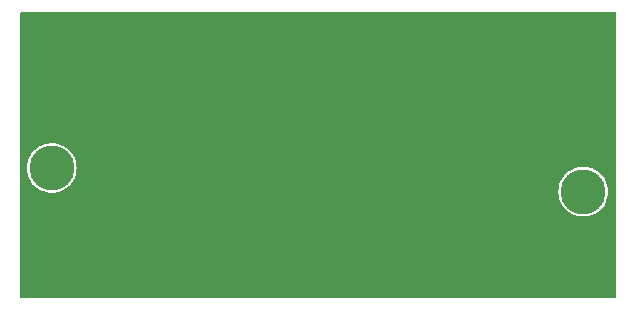
<source format=gbr>
%TF.GenerationSoftware,KiCad,Pcbnew,8.0.6*%
%TF.CreationDate,2024-10-21T22:45:32+01:00*%
%TF.ProjectId,buck,6275636b-2e6b-4696-9361-645f70636258,rev?*%
%TF.SameCoordinates,Original*%
%TF.FileFunction,Copper,L2,Bot*%
%TF.FilePolarity,Positive*%
%FSLAX46Y46*%
G04 Gerber Fmt 4.6, Leading zero omitted, Abs format (unit mm)*
G04 Created by KiCad (PCBNEW 8.0.6) date 2024-10-21 22:45:32*
%MOMM*%
%LPD*%
G01*
G04 APERTURE LIST*
%TA.AperFunction,ComponentPad*%
%ADD10C,3.800000*%
%TD*%
%TA.AperFunction,ViaPad*%
%ADD11C,0.800000*%
%TD*%
G04 APERTURE END LIST*
D10*
%TO.P,H6,1*%
%TO.N,N/C*%
X145500000Y-80500000D03*
%TD*%
%TO.P,H5,1*%
%TO.N,N/C*%
X100500000Y-78500000D03*
%TD*%
D11*
%TO.N,GND*%
X118200000Y-82000000D03*
X101233335Y-66100000D03*
X124500000Y-82000000D03*
X140333335Y-86400000D03*
X109800000Y-82500000D03*
X138377775Y-84000000D03*
X116100000Y-71400000D03*
X140333335Y-84000000D03*
X136477775Y-84000000D03*
X115662500Y-83500000D03*
X122677775Y-66100000D03*
X122788890Y-86400000D03*
X116866665Y-66100000D03*
X140333335Y-79200000D03*
X122000000Y-82000000D03*
X123300000Y-82000000D03*
X111700000Y-83500000D03*
X124500000Y-83500000D03*
X114000000Y-72600000D03*
X126666665Y-88600000D03*
X140333335Y-81700000D03*
X130577775Y-88600000D03*
X115200000Y-72600000D03*
X116933335Y-86400000D03*
X146200000Y-84000000D03*
X114911110Y-66100000D03*
X120712500Y-83500000D03*
X120800000Y-88600000D03*
X116925000Y-83500000D03*
X124633335Y-66100000D03*
X107088890Y-66100000D03*
X103177775Y-66100000D03*
X122900000Y-71500000D03*
X132566665Y-84000000D03*
X118187500Y-83500000D03*
X107122220Y-88600000D03*
X142288890Y-86400000D03*
X110400000Y-78100000D03*
X108300000Y-76700000D03*
X101300000Y-75500000D03*
X130611110Y-86400000D03*
X134522220Y-86400000D03*
X146166665Y-88600000D03*
X120833335Y-86400000D03*
X140300000Y-88600000D03*
X103255555Y-77500000D03*
X103255555Y-79400000D03*
X138377775Y-86400000D03*
X130500000Y-66100000D03*
X132566665Y-86400000D03*
X99277775Y-66100000D03*
X128655555Y-84000000D03*
X124688890Y-71500000D03*
X114944440Y-88600000D03*
X122755555Y-88600000D03*
X121975000Y-83500000D03*
X136477775Y-86400000D03*
X109044445Y-66100000D03*
X144244445Y-86400000D03*
X114400000Y-83500000D03*
X105133335Y-66100000D03*
X126700000Y-86400000D03*
X101255555Y-88600000D03*
X130611110Y-84000000D03*
X120700000Y-82000000D03*
X108200000Y-78500000D03*
X112600000Y-72600000D03*
X109077775Y-88600000D03*
X112988885Y-88600000D03*
X103255555Y-81200000D03*
X126588890Y-66100000D03*
X117500000Y-71400000D03*
X142255555Y-88600000D03*
X144244445Y-84000000D03*
X119400000Y-82000000D03*
X101300000Y-81200000D03*
X136366670Y-71500000D03*
X114977775Y-86400000D03*
X144211110Y-88600000D03*
X99300000Y-88600000D03*
X142288890Y-84000000D03*
X142288890Y-79200000D03*
X107900000Y-83400000D03*
X134411115Y-71500000D03*
X134488885Y-88600000D03*
X105166665Y-88600000D03*
X110000000Y-79600000D03*
X111000000Y-66100000D03*
X118844440Y-88600000D03*
X103211110Y-88600000D03*
X111033330Y-88600000D03*
X138322225Y-71500000D03*
X136444440Y-88600000D03*
X118822220Y-66100000D03*
X112400000Y-81100000D03*
X123237500Y-83500000D03*
X132533330Y-88600000D03*
X119450000Y-83500000D03*
X128622220Y-88600000D03*
X124744445Y-86400000D03*
X130500000Y-71500000D03*
X120777775Y-66100000D03*
X134522220Y-84000000D03*
X99344445Y-81200000D03*
X128655555Y-86400000D03*
X128544445Y-66100000D03*
X112955555Y-66100000D03*
X128600000Y-71500000D03*
X126644445Y-71500000D03*
X132455560Y-71500000D03*
X146200000Y-86400000D03*
X124711110Y-88600000D03*
X116900000Y-88600000D03*
X118877775Y-86400000D03*
X138344440Y-88600000D03*
X99344445Y-75500000D03*
X142288890Y-81700000D03*
%TD*%
%TA.AperFunction,Conductor*%
%TO.N,GND*%
G36*
X148243039Y-65319685D02*
G01*
X148288794Y-65372489D01*
X148300000Y-65424000D01*
X148300000Y-89376000D01*
X148280315Y-89443039D01*
X148227511Y-89488794D01*
X148176000Y-89500000D01*
X97924000Y-89500000D01*
X97856961Y-89480315D01*
X97811206Y-89427511D01*
X97800000Y-89376000D01*
X97800000Y-78500000D01*
X98394592Y-78500000D01*
X98414201Y-78786680D01*
X98472666Y-79068034D01*
X98472667Y-79068037D01*
X98568894Y-79338793D01*
X98568893Y-79338793D01*
X98701098Y-79593935D01*
X98866812Y-79828700D01*
X98951923Y-79919831D01*
X99062947Y-80038708D01*
X99277567Y-80213314D01*
X99285853Y-80220055D01*
X99531382Y-80369365D01*
X99718237Y-80450526D01*
X99794942Y-80483844D01*
X100071642Y-80561371D01*
X100321920Y-80595771D01*
X100356321Y-80600500D01*
X100356322Y-80600500D01*
X100643679Y-80600500D01*
X100674370Y-80596281D01*
X100928358Y-80561371D01*
X101147396Y-80500000D01*
X143394592Y-80500000D01*
X143414201Y-80786680D01*
X143472666Y-81068034D01*
X143472667Y-81068037D01*
X143568894Y-81338793D01*
X143568893Y-81338793D01*
X143701098Y-81593935D01*
X143866812Y-81828700D01*
X143951923Y-81919831D01*
X144062947Y-82038708D01*
X144285853Y-82220055D01*
X144531382Y-82369365D01*
X144718237Y-82450526D01*
X144794942Y-82483844D01*
X145071642Y-82561371D01*
X145321920Y-82595771D01*
X145356321Y-82600500D01*
X145356322Y-82600500D01*
X145643679Y-82600500D01*
X145674370Y-82596281D01*
X145928358Y-82561371D01*
X146205058Y-82483844D01*
X146318015Y-82434779D01*
X146468617Y-82369365D01*
X146468620Y-82369363D01*
X146468625Y-82369361D01*
X146714147Y-82220055D01*
X146937053Y-82038708D01*
X147133189Y-81828698D01*
X147298901Y-81593936D01*
X147431104Y-81338797D01*
X147527334Y-81068032D01*
X147585798Y-80786686D01*
X147605408Y-80500000D01*
X147585798Y-80213314D01*
X147527334Y-79931968D01*
X147431105Y-79661206D01*
X147431106Y-79661206D01*
X147298901Y-79406064D01*
X147133187Y-79171299D01*
X147036741Y-79068032D01*
X146937053Y-78961292D01*
X146722433Y-78786686D01*
X146714146Y-78779944D01*
X146468617Y-78630634D01*
X146205063Y-78516158D01*
X146205061Y-78516157D01*
X146205058Y-78516156D01*
X146075578Y-78479877D01*
X145928364Y-78438630D01*
X145928359Y-78438629D01*
X145928358Y-78438629D01*
X145786018Y-78419064D01*
X145643679Y-78399500D01*
X145643678Y-78399500D01*
X145356322Y-78399500D01*
X145356321Y-78399500D01*
X145071642Y-78438629D01*
X145071635Y-78438630D01*
X144863861Y-78496845D01*
X144794942Y-78516156D01*
X144794939Y-78516156D01*
X144794936Y-78516158D01*
X144794935Y-78516158D01*
X144531382Y-78630634D01*
X144285853Y-78779944D01*
X144062950Y-78961289D01*
X143866812Y-79171299D01*
X143701098Y-79406064D01*
X143568894Y-79661206D01*
X143472667Y-79931962D01*
X143472666Y-79931965D01*
X143414201Y-80213319D01*
X143394592Y-80500000D01*
X101147396Y-80500000D01*
X101205058Y-80483844D01*
X101318015Y-80434779D01*
X101468617Y-80369365D01*
X101468620Y-80369363D01*
X101468625Y-80369361D01*
X101714147Y-80220055D01*
X101937053Y-80038708D01*
X102133189Y-79828698D01*
X102298901Y-79593936D01*
X102431104Y-79338797D01*
X102527334Y-79068032D01*
X102585798Y-78786686D01*
X102605408Y-78500000D01*
X102585798Y-78213314D01*
X102527334Y-77931968D01*
X102431105Y-77661206D01*
X102431106Y-77661206D01*
X102298901Y-77406064D01*
X102133187Y-77171299D01*
X102054554Y-77087105D01*
X101937053Y-76961292D01*
X101714147Y-76779945D01*
X101714146Y-76779944D01*
X101468617Y-76630634D01*
X101205063Y-76516158D01*
X101205061Y-76516157D01*
X101205058Y-76516156D01*
X101075578Y-76479877D01*
X100928364Y-76438630D01*
X100928359Y-76438629D01*
X100928358Y-76438629D01*
X100786018Y-76419064D01*
X100643679Y-76399500D01*
X100643678Y-76399500D01*
X100356322Y-76399500D01*
X100356321Y-76399500D01*
X100071642Y-76438629D01*
X100071635Y-76438630D01*
X99863861Y-76496845D01*
X99794942Y-76516156D01*
X99794939Y-76516156D01*
X99794936Y-76516158D01*
X99794935Y-76516158D01*
X99531382Y-76630634D01*
X99285853Y-76779944D01*
X99062950Y-76961289D01*
X98866812Y-77171299D01*
X98701098Y-77406064D01*
X98568894Y-77661206D01*
X98472667Y-77931962D01*
X98472666Y-77931965D01*
X98414201Y-78213319D01*
X98394592Y-78500000D01*
X97800000Y-78500000D01*
X97800000Y-65424000D01*
X97819685Y-65356961D01*
X97872489Y-65311206D01*
X97924000Y-65300000D01*
X148176000Y-65300000D01*
X148243039Y-65319685D01*
G37*
%TD.AperFunction*%
%TD*%
M02*

</source>
